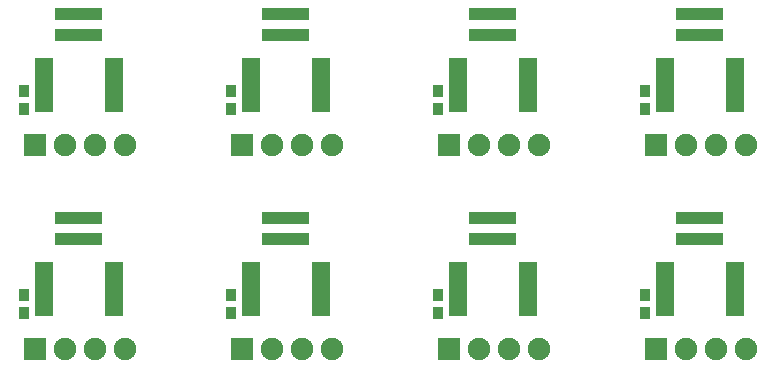
<source format=gbs>
G04 #@! TF.FileFunction,Soldermask,Bot*
%FSLAX46Y46*%
G04 Gerber Fmt 4.6, Leading zero omitted, Abs format (unit mm)*
G04 Created by KiCad (PCBNEW 4.0.5+dfsg1-4) date Sat May  5 18:48:22 2018*
%MOMM*%
%LPD*%
G01*
G04 APERTURE LIST*
%ADD10C,0.100000*%
%ADD11R,0.950000X1.000000*%
%ADD12R,0.500000X1.000000*%
%ADD13R,1.650000X0.650000*%
%ADD14R,1.900000X1.900000*%
%ADD15O,1.900000X1.900000*%
G04 APERTURE END LIST*
D10*
D11*
X196215000Y-132322000D03*
X196215000Y-130822000D03*
D12*
X199065000Y-124311000D03*
X199065000Y-126111000D03*
X202565000Y-124311000D03*
X202565000Y-126111000D03*
X199565000Y-124311000D03*
X200065000Y-124311000D03*
X200565000Y-124311000D03*
X201065000Y-124311000D03*
X201565000Y-124311000D03*
X202065000Y-124311000D03*
X199565000Y-126111000D03*
X200065000Y-126111000D03*
X200565000Y-126111000D03*
X201565000Y-126111000D03*
X201065000Y-126111000D03*
X202065000Y-126111000D03*
D13*
X180412600Y-132277400D03*
X180412600Y-131627400D03*
X180412600Y-130977400D03*
X180412600Y-130327400D03*
X180412600Y-129677400D03*
X180412600Y-129027400D03*
X180412600Y-128377400D03*
X186312600Y-128377400D03*
X186312600Y-129027400D03*
X186312600Y-129677400D03*
X186312600Y-130327400D03*
X186312600Y-130977400D03*
X186312600Y-131627400D03*
X186312600Y-132277400D03*
D14*
X197104000Y-135382000D03*
D15*
X199644000Y-135382000D03*
X202184000Y-135382000D03*
X204724000Y-135382000D03*
D14*
X179578000Y-135382000D03*
D15*
X182118000Y-135382000D03*
X184658000Y-135382000D03*
X187198000Y-135382000D03*
D11*
X178689000Y-132322000D03*
X178689000Y-130822000D03*
D13*
X197938600Y-132277400D03*
X197938600Y-131627400D03*
X197938600Y-130977400D03*
X197938600Y-130327400D03*
X197938600Y-129677400D03*
X197938600Y-129027400D03*
X197938600Y-128377400D03*
X203838600Y-128377400D03*
X203838600Y-129027400D03*
X203838600Y-129677400D03*
X203838600Y-130327400D03*
X203838600Y-130977400D03*
X203838600Y-131627400D03*
X203838600Y-132277400D03*
D12*
X181539000Y-124311000D03*
X181539000Y-126111000D03*
X185039000Y-124311000D03*
X185039000Y-126111000D03*
X182039000Y-124311000D03*
X182539000Y-124311000D03*
X183039000Y-124311000D03*
X183539000Y-124311000D03*
X184039000Y-124311000D03*
X184539000Y-124311000D03*
X182039000Y-126111000D03*
X182539000Y-126111000D03*
X183039000Y-126111000D03*
X184039000Y-126111000D03*
X183539000Y-126111000D03*
X184539000Y-126111000D03*
D13*
X145360600Y-132277400D03*
X145360600Y-131627400D03*
X145360600Y-130977400D03*
X145360600Y-130327400D03*
X145360600Y-129677400D03*
X145360600Y-129027400D03*
X145360600Y-128377400D03*
X151260600Y-128377400D03*
X151260600Y-129027400D03*
X151260600Y-129677400D03*
X151260600Y-130327400D03*
X151260600Y-130977400D03*
X151260600Y-131627400D03*
X151260600Y-132277400D03*
D11*
X143637000Y-132322000D03*
X143637000Y-130822000D03*
D14*
X144526000Y-135382000D03*
D15*
X147066000Y-135382000D03*
X149606000Y-135382000D03*
X152146000Y-135382000D03*
D12*
X146487000Y-124311000D03*
X146487000Y-126111000D03*
X149987000Y-124311000D03*
X149987000Y-126111000D03*
X146987000Y-124311000D03*
X147487000Y-124311000D03*
X147987000Y-124311000D03*
X148487000Y-124311000D03*
X148987000Y-124311000D03*
X149487000Y-124311000D03*
X146987000Y-126111000D03*
X147487000Y-126111000D03*
X147987000Y-126111000D03*
X148987000Y-126111000D03*
X148487000Y-126111000D03*
X149487000Y-126111000D03*
D14*
X162052000Y-135382000D03*
D15*
X164592000Y-135382000D03*
X167132000Y-135382000D03*
X169672000Y-135382000D03*
D11*
X161163000Y-132322000D03*
X161163000Y-130822000D03*
D13*
X162886600Y-132277400D03*
X162886600Y-131627400D03*
X162886600Y-130977400D03*
X162886600Y-130327400D03*
X162886600Y-129677400D03*
X162886600Y-129027400D03*
X162886600Y-128377400D03*
X168786600Y-128377400D03*
X168786600Y-129027400D03*
X168786600Y-129677400D03*
X168786600Y-130327400D03*
X168786600Y-130977400D03*
X168786600Y-131627400D03*
X168786600Y-132277400D03*
D12*
X164013000Y-124311000D03*
X164013000Y-126111000D03*
X167513000Y-124311000D03*
X167513000Y-126111000D03*
X164513000Y-124311000D03*
X165013000Y-124311000D03*
X165513000Y-124311000D03*
X166013000Y-124311000D03*
X166513000Y-124311000D03*
X167013000Y-124311000D03*
X164513000Y-126111000D03*
X165013000Y-126111000D03*
X165513000Y-126111000D03*
X166513000Y-126111000D03*
X166013000Y-126111000D03*
X167013000Y-126111000D03*
D11*
X196215000Y-115050000D03*
X196215000Y-113550000D03*
D12*
X181539000Y-107039000D03*
X181539000Y-108839000D03*
X185039000Y-107039000D03*
X185039000Y-108839000D03*
X182039000Y-107039000D03*
X182539000Y-107039000D03*
X183039000Y-107039000D03*
X183539000Y-107039000D03*
X184039000Y-107039000D03*
X184539000Y-107039000D03*
X182039000Y-108839000D03*
X182539000Y-108839000D03*
X183039000Y-108839000D03*
X184039000Y-108839000D03*
X183539000Y-108839000D03*
X184539000Y-108839000D03*
D14*
X179578000Y-118110000D03*
D15*
X182118000Y-118110000D03*
X184658000Y-118110000D03*
X187198000Y-118110000D03*
D11*
X178689000Y-115050000D03*
X178689000Y-113550000D03*
D13*
X197938600Y-115005400D03*
X197938600Y-114355400D03*
X197938600Y-113705400D03*
X197938600Y-113055400D03*
X197938600Y-112405400D03*
X197938600Y-111755400D03*
X197938600Y-111105400D03*
X203838600Y-111105400D03*
X203838600Y-111755400D03*
X203838600Y-112405400D03*
X203838600Y-113055400D03*
X203838600Y-113705400D03*
X203838600Y-114355400D03*
X203838600Y-115005400D03*
D14*
X197104000Y-118110000D03*
D15*
X199644000Y-118110000D03*
X202184000Y-118110000D03*
X204724000Y-118110000D03*
D12*
X199065000Y-107039000D03*
X199065000Y-108839000D03*
X202565000Y-107039000D03*
X202565000Y-108839000D03*
X199565000Y-107039000D03*
X200065000Y-107039000D03*
X200565000Y-107039000D03*
X201065000Y-107039000D03*
X201565000Y-107039000D03*
X202065000Y-107039000D03*
X199565000Y-108839000D03*
X200065000Y-108839000D03*
X200565000Y-108839000D03*
X201565000Y-108839000D03*
X201065000Y-108839000D03*
X202065000Y-108839000D03*
D13*
X180412600Y-115005400D03*
X180412600Y-114355400D03*
X180412600Y-113705400D03*
X180412600Y-113055400D03*
X180412600Y-112405400D03*
X180412600Y-111755400D03*
X180412600Y-111105400D03*
X186312600Y-111105400D03*
X186312600Y-111755400D03*
X186312600Y-112405400D03*
X186312600Y-113055400D03*
X186312600Y-113705400D03*
X186312600Y-114355400D03*
X186312600Y-115005400D03*
X162886600Y-115005400D03*
X162886600Y-114355400D03*
X162886600Y-113705400D03*
X162886600Y-113055400D03*
X162886600Y-112405400D03*
X162886600Y-111755400D03*
X162886600Y-111105400D03*
X168786600Y-111105400D03*
X168786600Y-111755400D03*
X168786600Y-112405400D03*
X168786600Y-113055400D03*
X168786600Y-113705400D03*
X168786600Y-114355400D03*
X168786600Y-115005400D03*
D12*
X164013000Y-107039000D03*
X164013000Y-108839000D03*
X167513000Y-107039000D03*
X167513000Y-108839000D03*
X164513000Y-107039000D03*
X165013000Y-107039000D03*
X165513000Y-107039000D03*
X166013000Y-107039000D03*
X166513000Y-107039000D03*
X167013000Y-107039000D03*
X164513000Y-108839000D03*
X165013000Y-108839000D03*
X165513000Y-108839000D03*
X166513000Y-108839000D03*
X166013000Y-108839000D03*
X167013000Y-108839000D03*
D14*
X162052000Y-118110000D03*
D15*
X164592000Y-118110000D03*
X167132000Y-118110000D03*
X169672000Y-118110000D03*
D11*
X161163000Y-115050000D03*
X161163000Y-113550000D03*
D14*
X144526000Y-118110000D03*
D15*
X147066000Y-118110000D03*
X149606000Y-118110000D03*
X152146000Y-118110000D03*
D12*
X146487000Y-107039000D03*
X146487000Y-108839000D03*
X149987000Y-107039000D03*
X149987000Y-108839000D03*
X146987000Y-107039000D03*
X147487000Y-107039000D03*
X147987000Y-107039000D03*
X148487000Y-107039000D03*
X148987000Y-107039000D03*
X149487000Y-107039000D03*
X146987000Y-108839000D03*
X147487000Y-108839000D03*
X147987000Y-108839000D03*
X148987000Y-108839000D03*
X148487000Y-108839000D03*
X149487000Y-108839000D03*
D11*
X143637000Y-115050000D03*
X143637000Y-113550000D03*
D13*
X145360600Y-115005400D03*
X145360600Y-114355400D03*
X145360600Y-113705400D03*
X145360600Y-113055400D03*
X145360600Y-112405400D03*
X145360600Y-111755400D03*
X145360600Y-111105400D03*
X151260600Y-111105400D03*
X151260600Y-111755400D03*
X151260600Y-112405400D03*
X151260600Y-113055400D03*
X151260600Y-113705400D03*
X151260600Y-114355400D03*
X151260600Y-115005400D03*
M02*

</source>
